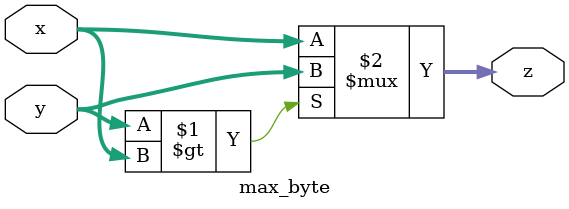
<source format=v>
module max_byte(
   input [7:0] x,
	input [7:0] y,
	output [7:0] z
);
assign z = ( y > x) ? y : x;
endmodule
</source>
